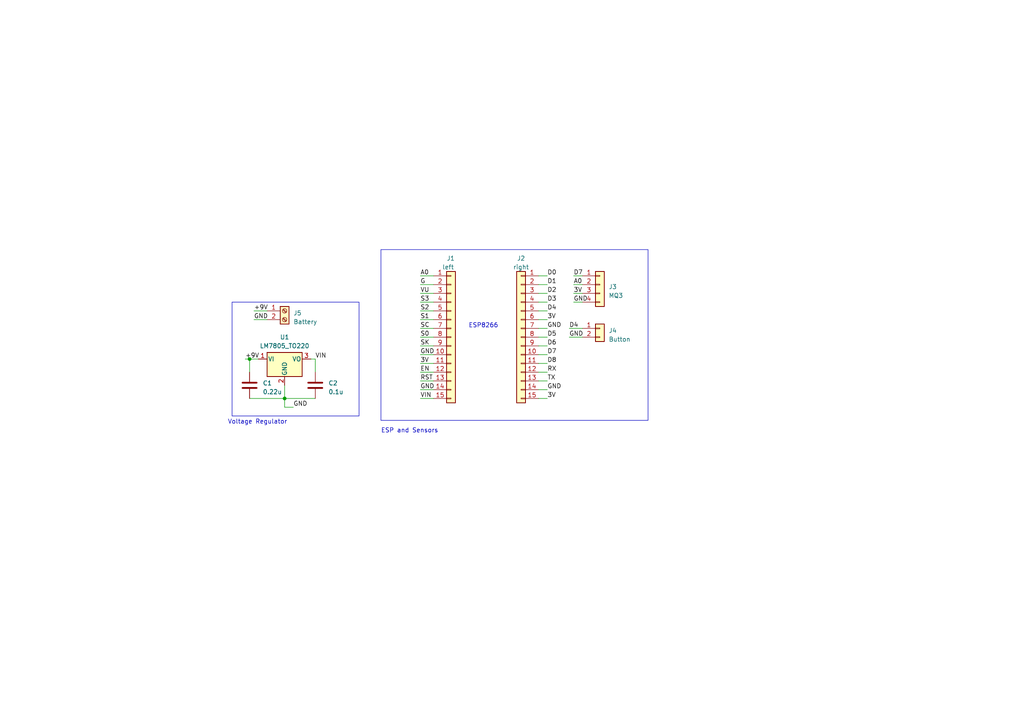
<source format=kicad_sch>
(kicad_sch (version 20230121) (generator eeschema)
  (paper "A4")
  (lib_symbols
    (symbol "Connector:Screw_Terminal_01x02" (pin_names (offset 1.016) hide)
      (property "Reference" "J" (at 0 2.54 0))
      (property "Value" "Screw_Terminal_01x02" (at 0 -5.08 0))
      (symbol "Screw_Terminal_01x02_1_1"
        (rectangle (start -1.27 1.27) (end 1.27 -3.81) (stroke (width 0.254)) (fill (type background)))
        (circle (center 0 -2.54) (radius 0.635) (stroke (width 0.1524)))
        (polyline (pts (xy -0.5334 -2.2098) (xy 0.3302 -3.048)) (stroke (width 0.1524)))
        (polyline (pts (xy -0.5334 0.3302) (xy 0.3302 -0.508)) (stroke (width 0.1524)))
        (polyline (pts (xy -0.3556 -2.032) (xy 0.508 -2.8702)) (stroke (width 0.1524)))
        (polyline (pts (xy -0.3556 0.508) (xy 0.508 -0.3302)) (stroke (width 0.1524)))
        (circle (center 0 0) (radius 0.635) (stroke (width 0.1524)))
        (pin passive line (at -5.08 0 0) (length 3.81) (name "Pin_1") (number "1"))
        (pin passive line (at -5.08 -2.54 0) (length 3.81) (name "Pin_2") (number "2"))
      )
    )
    (symbol "Connector_Generic:Conn_01x02" (pin_names (offset 1.016) hide)
      (property "Reference" "J" (at 0 2.54 0))
      (property "Value" "Conn_01x02" (at 0 -5.08 0))
      (symbol "Conn_01x02_1_1"
        (rectangle (start -1.27 -2.413) (end 0 -2.667) (stroke (width 0.1524)))
        (rectangle (start -1.27 0.127) (end 0 -0.127) (stroke (width 0.1524)))
        (rectangle (start -1.27 1.27) (end 1.27 -3.81) (stroke (width 0.254)) (fill (type background)))
        (pin passive line (at -5.08 0 0) (length 3.81) (name "Pin_1") (number "1"))
        (pin passive line (at -5.08 -2.54 0) (length 3.81) (name "Pin_2") (number "2"))
      )
    )
    (symbol "Connector_Generic:Conn_01x04" (pin_names (offset 1.016) hide)
      (property "Reference" "J" (at 0 5.08 0))
      (property "Value" "Conn_01x04" (at 0 -7.62 0))
      (symbol "Conn_01x04_1_1"
        (rectangle (start -1.27 -4.953) (end 0 -5.207) (stroke (width 0.1524)))
        (rectangle (start -1.27 -2.413) (end 0 -2.667) (stroke (width 0.1524)))
        (rectangle (start -1.27 0.127) (end 0 -0.127) (stroke (width 0.1524)))
        (rectangle (start -1.27 2.667) (end 0 2.413) (stroke (width 0.1524)))
        (rectangle (start -1.27 3.81) (end 1.27 -6.35) (stroke (width 0.254)) (fill (type background)))
        (pin passive line (at -5.08 2.54 0) (length 3.81) (name "Pin_1") (number "1"))
        (pin passive line (at -5.08 0 0) (length 3.81) (name "Pin_2") (number "2"))
        (pin passive line (at -5.08 -2.54 0) (length 3.81) (name "Pin_3") (number "3"))
        (pin passive line (at -5.08 -5.08 0) (length 3.81) (name "Pin_4") (number "4"))
      )
    )
    (symbol "Connector_Generic:Conn_01x15" (pin_names (offset 1.016) hide)
      (property "Reference" "J" (at 0 20.32 0))
      (property "Value" "Conn_01x15" (at 0 -20.32 0))
      (symbol "Conn_01x15_1_1"
        (rectangle (start -1.27 -17.653) (end 0 -17.907) (stroke (width 0.1524)))
        (rectangle (start -1.27 -15.113) (end 0 -15.367) (stroke (width 0.1524)))
        (rectangle (start -1.27 -12.573) (end 0 -12.827) (stroke (width 0.1524)))
        (rectangle (start -1.27 -10.033) (end 0 -10.287) (stroke (width 0.1524)))
        (rectangle (start -1.27 -7.493) (end 0 -7.747) (stroke (width 0.1524)))
        (rectangle (start -1.27 -4.953) (end 0 -5.207) (stroke (width 0.1524)))
        (rectangle (start -1.27 -2.413) (end 0 -2.667) (stroke (width 0.1524)))
        (rectangle (start -1.27 0.127) (end 0 -0.127) (stroke (width 0.1524)))
        (rectangle (start -1.27 2.667) (end 0 2.413) (stroke (width 0.1524)))
        (rectangle (start -1.27 5.207) (end 0 4.953) (stroke (width 0.1524)))
        (rectangle (start -1.27 7.747) (end 0 7.493) (stroke (width 0.1524)))
        (rectangle (start -1.27 10.287) (end 0 10.033) (stroke (width 0.1524)))
        (rectangle (start -1.27 12.827) (end 0 12.573) (stroke (width 0.1524)))
        (rectangle (start -1.27 15.367) (end 0 15.113) (stroke (width 0.1524)))
        (rectangle (start -1.27 17.907) (end 0 17.653) (stroke (width 0.1524)))
        (rectangle (start -1.27 19.05) (end 1.27 -19.05) (stroke (width 0.254)) (fill (type background)))
        (pin passive line (at -5.08 17.78 0) (length 3.81) (name "Pin_1") (number "1"))
        (pin passive line (at -5.08 -5.08 0) (length 3.81) (name "Pin_10") (number "10"))
        (pin passive line (at -5.08 -7.62 0) (length 3.81) (name "Pin_11") (number "11"))
        (pin passive line (at -5.08 -10.16 0) (length 3.81) (name "Pin_12") (number "12"))
        (pin passive line (at -5.08 -12.7 0) (length 3.81) (name "Pin_13") (number "13"))
        (pin passive line (at -5.08 -15.24 0) (length 3.81) (name "Pin_14") (number "14"))
        (pin passive line (at -5.08 -17.78 0) (length 3.81) (name "Pin_15") (number "15"))
        (pin passive line (at -5.08 15.24 0) (length 3.81) (name "Pin_2") (number "2"))
        (pin passive line (at -5.08 12.7 0) (length 3.81) (name "Pin_3") (number "3"))
        (pin passive line (at -5.08 10.16 0) (length 3.81) (name "Pin_4") (number "4"))
        (pin passive line (at -5.08 7.62 0) (length 3.81) (name "Pin_5") (number "5"))
        (pin passive line (at -5.08 5.08 0) (length 3.81) (name "Pin_6") (number "6"))
        (pin passive line (at -5.08 2.54 0) (length 3.81) (name "Pin_7") (number "7"))
        (pin passive line (at -5.08 0 0) (length 3.81) (name "Pin_8") (number "8"))
        (pin passive line (at -5.08 -2.54 0) (length 3.81) (name "Pin_9") (number "9"))
      )
    )
    (symbol "Device:C" (pin_numbers hide) (pin_names (offset 0.254))
      (property "Reference" "C" (at 0.635 2.54 0))
      (property "Value" "C" (at 0.635 -2.54 0))
      (symbol "C_0_1"
        (polyline (pts (xy -2.032 -0.762) (xy 2.032 -0.762)) (stroke (width 0.508)))
        (polyline (pts (xy -2.032 0.762) (xy 2.032 0.762)) (stroke (width 0.508)))
      )
      (symbol "C_1_1"
        (pin passive line (at 0 3.81 270) (length 2.794) (name "~") (number "1"))
        (pin passive line (at 0 -3.81 90) (length 2.794) (name "~") (number "2"))
      )
    )
    (symbol "Regulator_Linear:LM7805_TO220" (pin_names (offset 0.254))
      (property "Reference" "U" (at -3.81 3.175 0))
      (property "Value" "LM7805_TO220" (at 0 3.175 0))
      (symbol "LM7805_TO220_0_1"
        (rectangle (start -5.08 1.905) (end 5.08 -5.08) (stroke (width 0.254)) (fill (type background)))
      )
      (symbol "LM7805_TO220_1_1"
        (pin power_in line (at -7.62 0 0) (length 2.54) (name "VI") (number "1"))
        (pin power_in line (at 0 -7.62 90) (length 2.54) (name "GND") (number "2"))
        (pin power_out line (at 7.62 0 180) (length 2.54) (name "VO") (number "3"))
      )
    )
  )
  (junction (at 82.55 115.57))
  (junction (at 72.39 104.14))
  (wire (pts (xy 121.92 92.71) (xy 125.73 92.71)))
  (wire (pts (xy 72.39 104.14) (xy 72.39 107.95)))
  (wire (pts (xy 156.21 92.71) (xy 158.75 92.71)))
  (wire (pts (xy 82.55 115.57) (xy 82.55 118.11)))
  (wire (pts (xy 121.92 113.03) (xy 125.73 113.03)))
  (wire (pts (xy 121.92 97.79) (xy 125.73 97.79)))
  (wire (pts (xy 91.44 104.14) (xy 91.44 107.95)))
  (wire (pts (xy 166.37 85.09) (xy 168.91 85.09)))
  (wire (pts (xy 121.92 90.17) (xy 125.73 90.17)))
  (wire (pts (xy 156.21 87.63) (xy 158.75 87.63)))
  (wire (pts (xy 82.55 115.57) (xy 91.44 115.57)))
  (wire (pts (xy 156.21 107.95) (xy 158.75 107.95)))
  (wire (pts (xy 121.92 110.49) (xy 125.73 110.49)))
  (wire (pts (xy 82.55 115.57) (xy 72.39 115.57)))
  (wire (pts (xy 121.92 87.63) (xy 125.73 87.63)))
  (wire (pts (xy 156.21 95.25) (xy 158.75 95.25)))
  (wire (pts (xy 165.1 95.25) (xy 168.91 95.25)))
  (wire (pts (xy 156.21 115.57) (xy 158.75 115.57)))
  (wire (pts (xy 156.21 97.79) (xy 158.75 97.79)))
  (wire (pts (xy 156.21 85.09) (xy 158.75 85.09)))
  (wire (pts (xy 121.92 107.95) (xy 125.73 107.95)))
  (wire (pts (xy 156.21 90.17) (xy 158.75 90.17)))
  (wire (pts (xy 166.37 80.01) (xy 168.91 80.01)))
  (wire (pts (xy 166.37 82.55) (xy 168.91 82.55)))
  (wire (pts (xy 121.92 95.25) (xy 125.73 95.25)))
  (wire (pts (xy 156.21 100.33) (xy 158.75 100.33)))
  (wire (pts (xy 121.92 85.09) (xy 125.73 85.09)))
  (wire (pts (xy 121.92 100.33) (xy 125.73 100.33)))
  (wire (pts (xy 156.21 102.87) (xy 158.75 102.87)))
  (wire (pts (xy 121.92 102.87) (xy 125.73 102.87)))
  (wire (pts (xy 73.66 92.71) (xy 77.47 92.71)))
  (wire (pts (xy 121.92 80.01) (xy 125.73 80.01)))
  (wire (pts (xy 73.66 90.17) (xy 77.47 90.17)))
  (wire (pts (xy 156.21 105.41) (xy 158.75 105.41)))
  (wire (pts (xy 121.92 82.55) (xy 125.73 82.55)))
  (wire (pts (xy 156.21 113.03) (xy 158.75 113.03)))
  (wire (pts (xy 74.93 104.14) (xy 72.39 104.14)))
  (wire (pts (xy 156.21 80.01) (xy 158.75 80.01)))
  (wire (pts (xy 71.12 104.14) (xy 72.39 104.14)))
  (wire (pts (xy 121.92 115.57) (xy 125.73 115.57)))
  (wire (pts (xy 166.37 87.63) (xy 168.91 87.63)))
  (wire (pts (xy 90.17 104.14) (xy 91.44 104.14)))
  (wire (pts (xy 82.55 118.11) (xy 85.09 118.11)))
  (wire (pts (xy 165.1 97.79) (xy 168.91 97.79)))
  (wire (pts (xy 156.21 110.49) (xy 158.75 110.49)))
  (wire (pts (xy 121.92 105.41) (xy 125.73 105.41)))
  (wire (pts (xy 82.55 111.76) (xy 82.55 115.57)))
  (wire (pts (xy 156.21 82.55) (xy 158.75 82.55)))
  (rectangle (start 110.49 72.39) (end 187.96 121.92))
  (rectangle (start 67.31 87.63) (end 104.14 120.65))
  (text "ESP8266\n" (at 135.89 95.25 0) (effects (font (size 1.27 1.27)) (justify left bottom)))
  (text "Voltage Regulator" (at 66.04 123.19 0) (effects (font (size 1.27 1.27)) (justify left bottom)))
  (text "ESP and Sensors" (at 110.49 125.73 0) (effects (font (size 1.27 1.27)) (justify left bottom)))
  (label "D4" (at 165.1 95.25 0))
  (label "GND" (at 121.92 102.87 0))
  (label "D2" (at 158.75 85.09 0))
  (label "3V" (at 166.37 85.09 0))
  (label "3V" (at 158.75 92.71 0))
  (label "GND" (at 158.75 95.25 0))
  (label "D7" (at 158.75 102.87 0))
  (label "S3" (at 121.92 87.63 0))
  (label "+9V" (at 71.12 104.14 0))
  (label "D1" (at 158.75 82.55 0))
  (label "GND" (at 121.92 113.03 0))
  (label "RX" (at 158.75 107.95 0))
  (label "D0" (at 158.75 80.01 0))
  (label "RST" (at 121.92 110.49 0))
  (label "VIN" (at 121.92 115.57 0))
  (label "D7" (at 166.37 80.01 0))
  (label "3V" (at 121.92 105.41 0))
  (label "D5" (at 158.75 97.79 0))
  (label "D6" (at 158.75 100.33 0))
  (label "SK" (at 121.92 100.33 0))
  (label "+9V" (at 73.66 90.17 0))
  (label "EN" (at 121.92 107.95 0))
  (label "VIN" (at 91.44 104.14 0))
  (label "S1" (at 121.92 92.71 0))
  (label "S0" (at 121.92 97.79 0))
  (label "GND" (at 166.37 87.63 0))
  (label "VU" (at 121.92 85.09 0))
  (label "GND" (at 73.66 92.71 0))
  (label "D8" (at 158.75 105.41 0))
  (label "SC" (at 121.92 95.25 0))
  (label "S2" (at 121.92 90.17 0))
  (label "TX" (at 158.75 110.49 0))
  (label "D4" (at 158.75 90.17 0))
  (label "3V" (at 158.75 115.57 0))
  (label "GND" (at 85.09 118.11 0))
  (label "GND" (at 165.1 97.79 0))
  (label "A0" (at 121.92 80.01 0))
  (label "A0" (at 166.37 82.55 0))
  (label "G" (at 121.92 82.55 0))
  (label "D3" (at 158.75 87.63 0))
  (label "GND" (at 158.75 113.03 0))
  (symbol (lib_id "Device:C") (at 91.44 111.76 0) (unit 1)
    (property "Reference" "C2" (at 95.25 111.125 0) (effects (justify left)))
    (property "Value" "0.1u" (at 95.25 113.665 0) (effects (justify left)))
  )
  (symbol (lib_id "Connector_Generic:Conn_01x02") (at 173.99 95.25 0) (unit 1)
    (property "Reference" "J4" (at 176.53 95.885 0) (effects (justify left)))
    (property "Value" "Button" (at 176.53 98.425 0) (effects (justify left)))
  )
  (symbol (lib_id "Connector:Screw_Terminal_01x02") (at 82.55 90.17 0) (unit 1)
    (property "Reference" "J5" (at 85.09 90.805 0) (effects (justify left)))
    (property "Value" "Battery" (at 85.09 93.345 0) (effects (justify left)))
    (property "Footprint" "TerminalBlock:TerminalBlock_Altech_AK300-2_P5.00mm" (effects hide))
  )
  (symbol (lib_id "Connector_Generic:Conn_01x04") (at 173.99 82.55 0) (unit 1)
    (property "Reference" "J3" (at 176.53 83.185 0) (effects (justify left)))
    (property "Value" "MQ3" (at 176.53 85.725 0) (effects (justify left)))
  )
  (symbol (lib_id "Connector_Generic:Conn_01x15") (at 151.13 97.79 0) (mirror y) (unit 1)
    (property "Reference" "J2" (at 151.13 74.93 0))
    (property "Value" "right" (at 151.13 77.47 0))
  )
  (symbol (lib_id "Connector_Generic:Conn_01x15") (at 130.81 97.79 0) (unit 1)
    (property "Reference" "J1" (at 129.54 74.93 0) (effects (justify left)))
    (property "Value" "left" (at 128.27 77.47 0) (effects (justify left)))
    (property "Footprint" "Connector_JST:JST_EH_B15B-EH-A_1x15_P2.50mm_Vertical" (effects hide))
  )
  (symbol (lib_id "Device:C") (at 72.39 111.76 0) (unit 1)
    (property "Reference" "C1" (at 76.2 111.125 0) (effects (justify left)))
    (property "Value" "0.22u" (at 76.2 113.665 0) (effects (justify left)))
  )
  (symbol (lib_id "Regulator_Linear:LM7805_TO220") (at 82.55 104.14 0) (unit 1)
    (property "Reference" "U1" (at 82.55 97.79 0))
    (property "Value" "LM7805_TO220" (at 82.55 100.33 0))
    (property "Footprint" "Package_TO_SOT_THT:TO-220-3_Vertical" (effects hide))
    (property "Datasheet" "https://www.onsemi.cn/PowerSolutions/document/MC7800-D.PDF" (effects hide))
  )
)
</source>
